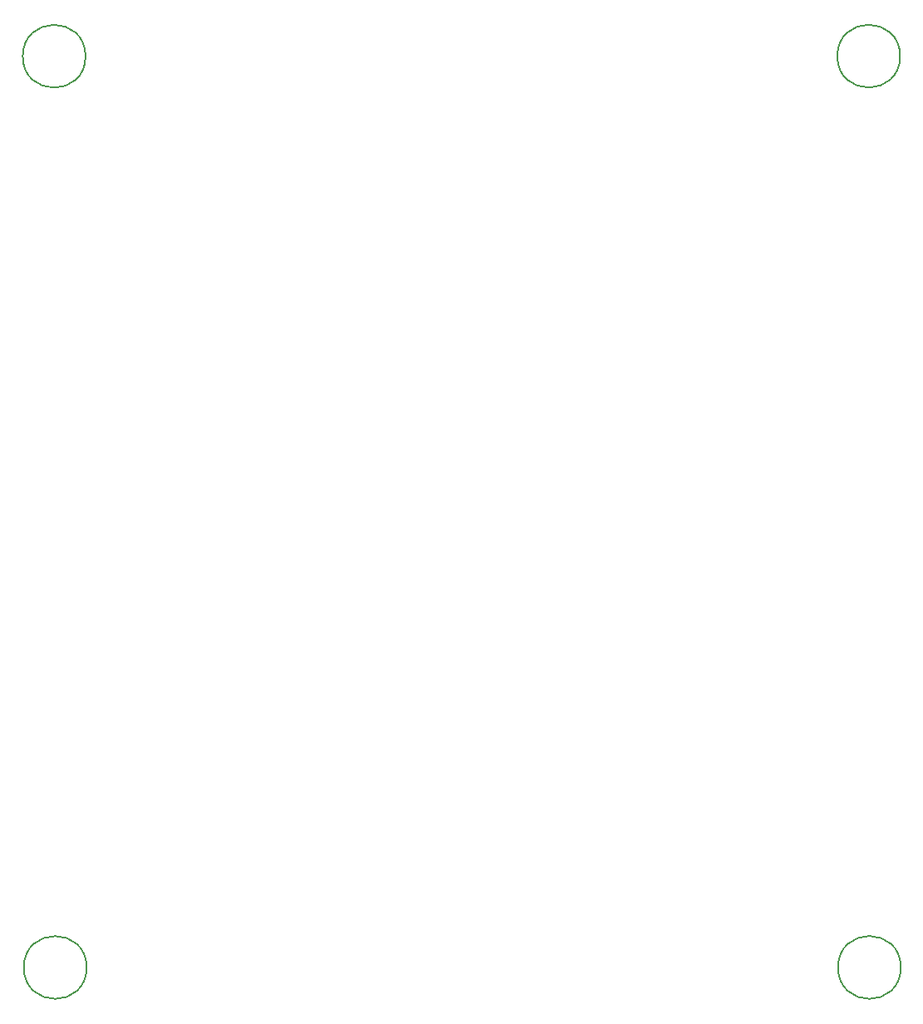
<source format=gbr>
%TF.GenerationSoftware,KiCad,Pcbnew,7.0.9-7.0.9~ubuntu22.04.1*%
%TF.CreationDate,2023-11-26T16:56:51+05:30*%
%TF.ProjectId,HF-PA-v10,48462d50-412d-4763-9130-2e6b69636164,rev?*%
%TF.SameCoordinates,Original*%
%TF.FileFunction,Other,Comment*%
%FSLAX46Y46*%
G04 Gerber Fmt 4.6, Leading zero omitted, Abs format (unit mm)*
G04 Created by KiCad (PCBNEW 7.0.9-7.0.9~ubuntu22.04.1) date 2023-11-26 16:56:51*
%MOMM*%
%LPD*%
G01*
G04 APERTURE LIST*
%ADD10C,0.150000*%
G04 APERTURE END LIST*
D10*
%TO.C,H3*%
X143752944Y-159132944D02*
G75*
G03*
X143752944Y-159132944I-3200000J0D01*
G01*
%TO.C,H4*%
X226730000Y-159130000D02*
G75*
G03*
X226730000Y-159130000I-3200000J0D01*
G01*
%TO.C,H1*%
X143642944Y-66312944D02*
G75*
G03*
X143642944Y-66312944I-3200000J0D01*
G01*
%TO.C,H2*%
X226657056Y-66302944D02*
G75*
G03*
X226657056Y-66302944I-3200000J0D01*
G01*
%TD*%
M02*

</source>
